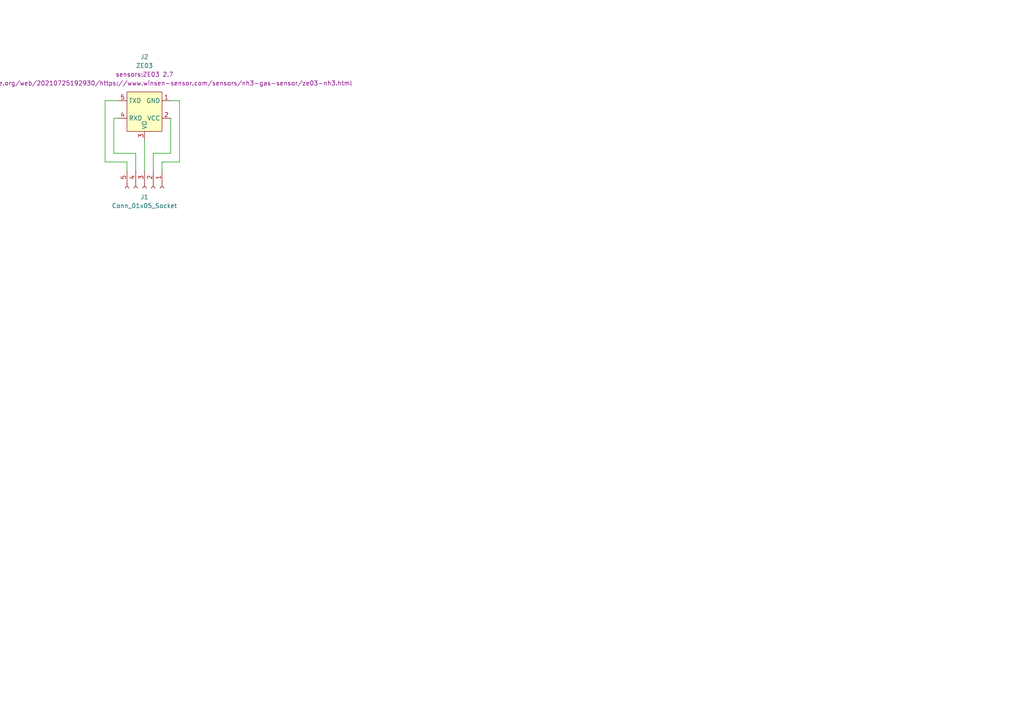
<source format=kicad_sch>
(kicad_sch (version 20230121) (generator eeschema)
  (paper "A4")
  (lib_symbols
    (symbol "Connector:Conn_01x05_Socket" (pin_names (offset 1.016) hide)
      (property "Reference" "J" (at 0 7.62 0))
      (property "Value" "Conn_01x05_Socket" (at 0 -7.62 0))
      (symbol "Conn_01x05_Socket_1_1"
        (arc (start 0 -4.572) (mid -0.5058 -5.08) (end 0 -5.588) (stroke (width 0.1524)))
        (arc (start 0 -2.032) (mid -0.5058 -2.54) (end 0 -3.048) (stroke (width 0.1524)))
        (polyline (pts (xy -1.27 -5.08) (xy -0.508 -5.08)) (stroke (width 0.1524)))
        (polyline (pts (xy -1.27 -2.54) (xy -0.508 -2.54)) (stroke (width 0.1524)))
        (polyline (pts (xy -1.27 0) (xy -0.508 0)) (stroke (width 0.1524)))
        (polyline (pts (xy -1.27 2.54) (xy -0.508 2.54)) (stroke (width 0.1524)))
        (polyline (pts (xy -1.27 5.08) (xy -0.508 5.08)) (stroke (width 0.1524)))
        (arc (start 0 0.508) (mid -0.5058 0) (end 0 -0.508) (stroke (width 0.1524)))
        (arc (start 0 3.048) (mid -0.5058 2.54) (end 0 2.032) (stroke (width 0.1524)))
        (arc (start 0 5.588) (mid -0.5058 5.08) (end 0 4.572) (stroke (width 0.1524)))
        (pin passive line (at -5.08 5.08 0) (length 3.81) (name "Pin_1") (number "1"))
        (pin passive line (at -5.08 2.54 0) (length 3.81) (name "Pin_2") (number "2"))
        (pin passive line (at -5.08 0 0) (length 3.81) (name "Pin_3") (number "3"))
        (pin passive line (at -5.08 -2.54 0) (length 3.81) (name "Pin_4") (number "4"))
        (pin passive line (at -5.08 -5.08 0) (length 3.81) (name "Pin_5") (number "5"))
      )
    )
    (symbol "sensors:ZE03"
      (property "Reference" "J" (at -5.08 6.35 0))
      (property "Value" "ZE03" (at 3.81 6.35 0))
      (property "Footprint" "Sensor: ZE03" (at 7.62 -7.62 0))
      (property "Datasheet" "https://web.archive.org/web/20210725192930/https://www.winsen-sensor.com/sensors/nh3-gas-sensor/ze03-nh3.html" (at -3.81 10.16 0))
      (symbol "ZE03_1_1"
        (rectangle (start -5.08 5.08) (end 5.08 -6.35) (fill (type background)))
        (pin power_in line (at 7.62 2.54 180) (length 2.54) (name "GND") (number "1"))
        (pin power_in line (at 7.62 -2.54 180) (length 2.54) (name "VCC") (number "2"))
        (pin output line (at 0 -8.89 90) (length 2.54) (name "VO") (number "3"))
        (pin input line (at -7.62 -2.54 0) (length 2.54) (name "RXD") (number "4"))
        (pin output line (at -7.62 2.54 0) (length 2.54) (name "TXD") (number "5"))
      )
    )
  )
  (wire (pts (xy 33.02 34.29) (xy 33.02 44.45)))
  (wire (pts (xy 44.45 44.45) (xy 44.45 49.53)))
  (wire (pts (xy 34.29 34.29) (xy 33.02 34.29)))
  (wire (pts (xy 46.99 46.99) (xy 52.07 46.99)))
  (wire (pts (xy 52.07 29.21) (xy 49.53 29.21)))
  (wire (pts (xy 30.48 29.21) (xy 30.48 46.99)))
  (wire (pts (xy 36.83 46.99) (xy 36.83 49.53)))
  (wire (pts (xy 52.07 46.99) (xy 52.07 29.21)))
  (wire (pts (xy 33.02 44.45) (xy 39.37 44.45)))
  (wire (pts (xy 41.91 40.64) (xy 41.91 49.53)))
  (wire (pts (xy 49.53 44.45) (xy 44.45 44.45)))
  (wire (pts (xy 46.99 49.53) (xy 46.99 46.99)))
  (wire (pts (xy 30.48 46.99) (xy 36.83 46.99)))
  (wire (pts (xy 49.53 34.29) (xy 49.53 44.45)))
  (wire (pts (xy 39.37 44.45) (xy 39.37 49.53)))
  (wire (pts (xy 34.29 29.21) (xy 30.48 29.21)))
  (symbol (lib_id "sensors:ZE03") (at 41.91 31.75 0) (unit 1)
    (property "Reference" "J2" (at 41.91 16.51 0))
    (property "Value" "ZE03" (at 41.91 19.05 0))
    (property "Footprint" "sensors:ZE03 2.7" (at 41.91 21.59 0))
    (property "Datasheet" "https://web.archive.org/web/20210725192930/https://www.winsen-sensor.com/sensors/nh3-gas-sensor/ze03-nh3.html" (at 41.91 24.13 0))
  )
  (symbol (lib_id "Connector:Conn_01x05_Socket") (at 41.91 54.61 270) (unit 1)
    (property "Reference" "J1" (at 41.91 57.15 90))
    (property "Value" "Conn_01x05_Socket" (at 41.91 59.69 90))
    (property "Footprint" "Connector_PinHeader_2.54mm:PinHeader_1x05_P2.54mm_Vertical" (effects hide))
  )
)
</source>
